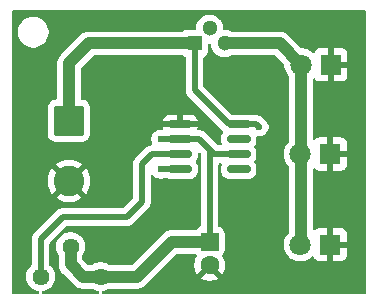
<source format=gbr>
%TF.GenerationSoftware,KiCad,Pcbnew,9.0.6*%
%TF.CreationDate,2025-11-19T17:00:06+08:00*%
%TF.ProjectId,LED-Dimmer,4c45442d-4469-46d6-9d65-722e6b696361,rev?*%
%TF.SameCoordinates,Original*%
%TF.FileFunction,Copper,L1,Top*%
%TF.FilePolarity,Positive*%
%FSLAX46Y46*%
G04 Gerber Fmt 4.6, Leading zero omitted, Abs format (unit mm)*
G04 Created by KiCad (PCBNEW 9.0.6) date 2025-11-19 17:00:06*
%MOMM*%
%LPD*%
G01*
G04 APERTURE LIST*
G04 Aperture macros list*
%AMRoundRect*
0 Rectangle with rounded corners*
0 $1 Rounding radius*
0 $2 $3 $4 $5 $6 $7 $8 $9 X,Y pos of 4 corners*
0 Add a 4 corners polygon primitive as box body*
4,1,4,$2,$3,$4,$5,$6,$7,$8,$9,$2,$3,0*
0 Add four circle primitives for the rounded corners*
1,1,$1+$1,$2,$3*
1,1,$1+$1,$4,$5*
1,1,$1+$1,$6,$7*
1,1,$1+$1,$8,$9*
0 Add four rect primitives between the rounded corners*
20,1,$1+$1,$2,$3,$4,$5,0*
20,1,$1+$1,$4,$5,$6,$7,0*
20,1,$1+$1,$6,$7,$8,$9,0*
20,1,$1+$1,$8,$9,$2,$3,0*%
G04 Aperture macros list end*
%TA.AperFunction,ComponentPad*%
%ADD10R,1.800000X1.800000*%
%TD*%
%TA.AperFunction,ComponentPad*%
%ADD11C,1.800000*%
%TD*%
%TA.AperFunction,SMDPad,CuDef*%
%ADD12RoundRect,0.150000X-0.825000X-0.150000X0.825000X-0.150000X0.825000X0.150000X-0.825000X0.150000X0*%
%TD*%
%TA.AperFunction,ComponentPad*%
%ADD13C,1.440000*%
%TD*%
%TA.AperFunction,ComponentPad*%
%ADD14RoundRect,0.250000X-1.050000X1.050000X-1.050000X-1.050000X1.050000X-1.050000X1.050000X1.050000X0*%
%TD*%
%TA.AperFunction,ComponentPad*%
%ADD15C,2.600000*%
%TD*%
%TA.AperFunction,ComponentPad*%
%ADD16R,1.300000X1.300000*%
%TD*%
%TA.AperFunction,ComponentPad*%
%ADD17C,1.300000*%
%TD*%
%TA.AperFunction,ComponentPad*%
%ADD18RoundRect,0.250000X-0.550000X0.550000X-0.550000X-0.550000X0.550000X-0.550000X0.550000X0.550000X0*%
%TD*%
%TA.AperFunction,ComponentPad*%
%ADD19C,1.600000*%
%TD*%
%TA.AperFunction,ViaPad*%
%ADD20C,0.600000*%
%TD*%
%TA.AperFunction,Conductor*%
%ADD21C,1.000000*%
%TD*%
%TA.AperFunction,Conductor*%
%ADD22C,0.500000*%
%TD*%
G04 APERTURE END LIST*
D10*
%TO.P,D1,1,K*%
%TO.N,GND*%
X247500000Y-77050000D03*
D11*
%TO.P,D1,2,A*%
%TO.N,Net-(D1-A)*%
X244960000Y-77050000D03*
%TD*%
D10*
%TO.P,D3,1,K*%
%TO.N,GND*%
X247450000Y-92280000D03*
D11*
%TO.P,D3,2,A*%
%TO.N,Net-(D1-A)*%
X244910000Y-92280000D03*
%TD*%
D12*
%TO.P,U1,1,GND*%
%TO.N,GND*%
X234755000Y-82095000D03*
%TO.P,U1,2,TR*%
%TO.N,/TR*%
X234755000Y-83365000D03*
%TO.P,U1,3,Q*%
%TO.N,Net-(U1-Q)*%
X234755000Y-84635000D03*
%TO.P,U1,4,R*%
%TO.N,+9V*%
X234755000Y-85905000D03*
%TO.P,U1,5,CV*%
%TO.N,unconnected-(U1-CV-Pad5)*%
X239705000Y-85905000D03*
%TO.P,U1,6,THR*%
%TO.N,/TR*%
X239705000Y-84635000D03*
%TO.P,U1,7,DIS*%
%TO.N,unconnected-(U1-DIS-Pad7)*%
X239705000Y-83365000D03*
%TO.P,U1,8,VCC*%
%TO.N,+9V*%
X239705000Y-82095000D03*
%TD*%
D13*
%TO.P,RV1,1,1*%
%TO.N,Net-(U1-Q)*%
X222920000Y-95000000D03*
%TO.P,RV1,2,2*%
%TO.N,/TR*%
X225460000Y-92460000D03*
%TO.P,RV1,3,3*%
X228000000Y-95000000D03*
%TD*%
D14*
%TO.P,BT1,1,+*%
%TO.N,+9V*%
X225327500Y-81800000D03*
D15*
%TO.P,BT1,2,-*%
%TO.N,GND*%
X225327500Y-86880000D03*
%TD*%
D10*
%TO.P,D2,1,K*%
%TO.N,GND*%
X247450000Y-84610000D03*
D11*
%TO.P,D2,2,A*%
%TO.N,Net-(D1-A)*%
X244910000Y-84610000D03*
%TD*%
D16*
%TO.P,Q1,1,C*%
%TO.N,+9V*%
X235960000Y-75250000D03*
D17*
%TO.P,Q1,2,B*%
%TO.N,/TR*%
X237230000Y-73980000D03*
%TO.P,Q1,3,E*%
%TO.N,Net-(D1-A)*%
X238500000Y-75250000D03*
%TD*%
D18*
%TO.P,C1,1*%
%TO.N,/TR*%
X237230000Y-92044888D03*
D19*
%TO.P,C1,2*%
%TO.N,GND*%
X237230000Y-94044888D03*
%TD*%
D20*
%TO.N,GND*%
X225000000Y-95500000D03*
X243650000Y-80750000D03*
X233000000Y-88750000D03*
X238500000Y-78500000D03*
%TO.N,+9V*%
X233100000Y-85900000D03*
X241425000Y-82325000D03*
%TO.N,/TR*%
X233100000Y-83350000D03*
%TD*%
D21*
%TO.N,Net-(D1-A)*%
X238500000Y-75250000D02*
X243160000Y-75250000D01*
X244960000Y-92230000D02*
X244910000Y-92280000D01*
X244960000Y-77050000D02*
X244960000Y-92230000D01*
X243160000Y-75250000D02*
X244960000Y-77050000D01*
D22*
%TO.N,+9V*%
X234755000Y-85905000D02*
X233105000Y-85905000D01*
X239705000Y-82095000D02*
X238845000Y-82095000D01*
X241195000Y-82095000D02*
X239705000Y-82095000D01*
D21*
X227000000Y-75250000D02*
X235960000Y-75250000D01*
X225327500Y-81800000D02*
X225327500Y-76922500D01*
D22*
X235960000Y-79210000D02*
X235960000Y-75250000D01*
X233105000Y-85905000D02*
X233100000Y-85900000D01*
X241425000Y-82325000D02*
X241195000Y-82095000D01*
D21*
X225327500Y-76922500D02*
X227000000Y-75250000D01*
D22*
X238845000Y-82095000D02*
X235960000Y-79210000D01*
%TO.N,Net-(U1-Q)*%
X231500000Y-88660000D02*
X231500000Y-85500000D01*
X230210000Y-89950000D02*
X231500000Y-88660000D01*
X231500000Y-85500000D02*
X232365000Y-84635000D01*
X222920000Y-91830000D02*
X224800000Y-89950000D01*
X232365000Y-84635000D02*
X234755000Y-84635000D01*
X222920000Y-95000000D02*
X222920000Y-91830000D01*
X224800000Y-89950000D02*
X230210000Y-89950000D01*
%TO.N,/TR*%
X237230000Y-84270000D02*
X237230000Y-92500000D01*
X236365000Y-83365000D02*
X237250000Y-84250000D01*
D21*
X226500000Y-95000000D02*
X228000000Y-95000000D01*
X228000000Y-95000000D02*
X231100000Y-95000000D01*
D22*
X237250000Y-84250000D02*
X237230000Y-84270000D01*
D21*
X225460000Y-93960000D02*
X226500000Y-95000000D01*
D22*
X234755000Y-83365000D02*
X233115000Y-83365000D01*
D21*
X225460000Y-92460000D02*
X225460000Y-93960000D01*
X231100000Y-95000000D02*
X234055112Y-92044888D01*
D22*
X239705000Y-84635000D02*
X237635000Y-84635000D01*
X233115000Y-83365000D02*
X233100000Y-83350000D01*
D21*
X234055112Y-92044888D02*
X237230000Y-92044888D01*
D22*
X237635000Y-84635000D02*
X237250000Y-84250000D01*
X234755000Y-83365000D02*
X236365000Y-83365000D01*
%TD*%
%TA.AperFunction,Conductor*%
%TO.N,GND*%
G36*
X250442539Y-72470185D02*
G01*
X250488294Y-72522989D01*
X250499500Y-72574500D01*
X250499500Y-96325500D01*
X250479815Y-96392539D01*
X250427011Y-96438294D01*
X250375500Y-96449500D01*
X228225773Y-96449500D01*
X228158734Y-96429815D01*
X228112979Y-96377011D01*
X228103035Y-96307853D01*
X228132060Y-96244297D01*
X228190838Y-96206523D01*
X228206375Y-96203027D01*
X228213237Y-96201940D01*
X228285801Y-96190447D01*
X228468509Y-96131082D01*
X228639681Y-96043865D01*
X228666772Y-96024181D01*
X228732578Y-96000702D01*
X228739658Y-96000500D01*
X231198542Y-96000500D01*
X231215327Y-95997160D01*
X231295188Y-95981275D01*
X231391836Y-95962051D01*
X231466932Y-95930945D01*
X231573914Y-95886632D01*
X231737782Y-95777139D01*
X231877139Y-95637782D01*
X231877139Y-95637780D01*
X231887347Y-95627573D01*
X231887348Y-95627570D01*
X234433214Y-93081707D01*
X234494537Y-93048222D01*
X234520895Y-93045388D01*
X236017769Y-93045388D01*
X236047205Y-93054031D01*
X236077195Y-93060555D01*
X236082211Y-93064310D01*
X236084808Y-93065073D01*
X236105449Y-93081706D01*
X236156509Y-93132765D01*
X236189995Y-93194088D01*
X236185011Y-93263779D01*
X236169148Y-93293332D01*
X236118139Y-93363539D01*
X236025244Y-93545856D01*
X235962009Y-93740470D01*
X235930000Y-93942570D01*
X235930000Y-94147205D01*
X235962009Y-94349305D01*
X236025244Y-94543919D01*
X236118141Y-94726238D01*
X236118147Y-94726247D01*
X236150523Y-94770809D01*
X236150524Y-94770810D01*
X236830000Y-94091334D01*
X236830000Y-94097549D01*
X236857259Y-94199282D01*
X236909920Y-94290494D01*
X236984394Y-94364968D01*
X237075606Y-94417629D01*
X237177339Y-94444888D01*
X237183553Y-94444888D01*
X236504076Y-95124362D01*
X236548650Y-95156747D01*
X236730968Y-95249643D01*
X236925582Y-95312878D01*
X237127683Y-95344888D01*
X237332317Y-95344888D01*
X237534417Y-95312878D01*
X237729031Y-95249643D01*
X237911349Y-95156747D01*
X237955921Y-95124362D01*
X237276447Y-94444888D01*
X237282661Y-94444888D01*
X237384394Y-94417629D01*
X237475606Y-94364968D01*
X237550080Y-94290494D01*
X237602741Y-94199282D01*
X237630000Y-94097549D01*
X237630000Y-94091335D01*
X238309474Y-94770809D01*
X238341859Y-94726237D01*
X238434755Y-94543919D01*
X238497990Y-94349305D01*
X238530000Y-94147205D01*
X238530000Y-93942570D01*
X238497990Y-93740470D01*
X238434755Y-93545856D01*
X238341857Y-93363534D01*
X238290853Y-93293334D01*
X238267372Y-93227528D01*
X238283197Y-93159474D01*
X238303489Y-93132767D01*
X238336583Y-93099673D01*
X238372712Y-93063544D01*
X238464814Y-92914222D01*
X238519999Y-92747685D01*
X238530500Y-92644897D01*
X238530499Y-91444880D01*
X238519999Y-91342091D01*
X238464814Y-91175554D01*
X238372712Y-91026232D01*
X238248656Y-90902176D01*
X238099334Y-90810074D01*
X238099328Y-90810072D01*
X238065494Y-90798860D01*
X238008050Y-90759087D01*
X237981228Y-90694571D01*
X237980500Y-90681155D01*
X237980500Y-85509500D01*
X238000185Y-85442461D01*
X238052989Y-85396706D01*
X238104500Y-85385500D01*
X238144800Y-85385500D01*
X238211839Y-85405185D01*
X238257594Y-85457989D01*
X238267538Y-85527147D01*
X238263876Y-85544095D01*
X238232402Y-85652426D01*
X238232401Y-85652432D01*
X238229500Y-85689298D01*
X238229500Y-86120701D01*
X238232401Y-86157567D01*
X238232402Y-86157573D01*
X238278254Y-86315393D01*
X238278255Y-86315396D01*
X238278256Y-86315398D01*
X238307871Y-86365475D01*
X238361917Y-86456862D01*
X238361923Y-86456870D01*
X238478129Y-86573076D01*
X238478133Y-86573079D01*
X238478135Y-86573081D01*
X238619602Y-86656744D01*
X238632269Y-86660424D01*
X238777426Y-86702597D01*
X238777429Y-86702597D01*
X238777431Y-86702598D01*
X238814306Y-86705500D01*
X238814314Y-86705500D01*
X240595686Y-86705500D01*
X240595694Y-86705500D01*
X240632569Y-86702598D01*
X240632571Y-86702597D01*
X240632573Y-86702597D01*
X240674548Y-86690402D01*
X240790398Y-86656744D01*
X240931865Y-86573081D01*
X241048081Y-86456865D01*
X241131744Y-86315398D01*
X241177598Y-86157569D01*
X241180500Y-86120694D01*
X241180500Y-85689306D01*
X241177598Y-85652431D01*
X241167414Y-85617379D01*
X241131745Y-85494606D01*
X241131744Y-85494603D01*
X241131744Y-85494602D01*
X241048081Y-85353135D01*
X241048078Y-85353132D01*
X241043298Y-85346969D01*
X241045750Y-85345066D01*
X241019155Y-85296421D01*
X241024104Y-85226726D01*
X241044940Y-85194304D01*
X241043298Y-85193031D01*
X241048075Y-85186870D01*
X241048081Y-85186865D01*
X241131744Y-85045398D01*
X241177598Y-84887569D01*
X241180500Y-84850694D01*
X241180500Y-84419306D01*
X241177598Y-84382431D01*
X241163438Y-84333694D01*
X241131745Y-84224606D01*
X241131744Y-84224603D01*
X241131744Y-84224602D01*
X241048081Y-84083135D01*
X241048078Y-84083132D01*
X241043298Y-84076969D01*
X241045750Y-84075066D01*
X241019155Y-84026421D01*
X241024104Y-83956726D01*
X241044940Y-83924304D01*
X241043298Y-83923031D01*
X241048075Y-83916870D01*
X241048081Y-83916865D01*
X241131744Y-83775398D01*
X241177598Y-83617569D01*
X241180500Y-83580694D01*
X241180500Y-83243643D01*
X241200185Y-83176604D01*
X241252989Y-83130849D01*
X241322147Y-83120905D01*
X241328693Y-83122026D01*
X241346157Y-83125500D01*
X241346158Y-83125500D01*
X241503844Y-83125500D01*
X241503845Y-83125499D01*
X241658497Y-83094737D01*
X241804179Y-83034394D01*
X241935289Y-82946789D01*
X242046789Y-82835289D01*
X242134394Y-82704179D01*
X242194737Y-82558497D01*
X242225500Y-82403842D01*
X242225500Y-82246158D01*
X242225500Y-82246155D01*
X242225499Y-82246153D01*
X242194738Y-82091510D01*
X242194737Y-82091503D01*
X242194735Y-82091498D01*
X242134397Y-81945827D01*
X242134390Y-81945814D01*
X242046789Y-81814711D01*
X242046786Y-81814707D01*
X241935292Y-81703213D01*
X241935288Y-81703210D01*
X241804182Y-81615607D01*
X241780524Y-81605808D01*
X241740295Y-81578928D01*
X241673415Y-81512047D01*
X241673414Y-81512046D01*
X241599729Y-81462812D01*
X241599729Y-81462813D01*
X241550491Y-81429913D01*
X241413917Y-81373343D01*
X241413907Y-81373340D01*
X241268920Y-81344500D01*
X241268918Y-81344500D01*
X240812328Y-81344500D01*
X240777733Y-81339576D01*
X240632573Y-81297402D01*
X240632567Y-81297401D01*
X240595701Y-81294500D01*
X240595694Y-81294500D01*
X239157229Y-81294500D01*
X239090190Y-81274815D01*
X239069548Y-81258181D01*
X236746819Y-78935451D01*
X236713334Y-78874128D01*
X236710500Y-78847770D01*
X236710500Y-76482790D01*
X236730185Y-76415751D01*
X236782989Y-76369996D01*
X236791146Y-76366616D01*
X236852331Y-76343796D01*
X236967546Y-76257546D01*
X237053796Y-76142331D01*
X237104091Y-76007483D01*
X237110500Y-75947873D01*
X237110499Y-75407124D01*
X237130183Y-75340087D01*
X237182987Y-75294332D01*
X237252146Y-75284388D01*
X237315702Y-75313413D01*
X237353476Y-75372191D01*
X237356972Y-75387728D01*
X237377829Y-75519410D01*
X237433787Y-75691636D01*
X237433788Y-75691639D01*
X237516006Y-75852997D01*
X237622441Y-75999494D01*
X237622445Y-75999499D01*
X237750500Y-76127554D01*
X237750505Y-76127558D01*
X237878287Y-76220396D01*
X237897006Y-76233996D01*
X237996553Y-76284718D01*
X238058360Y-76316211D01*
X238058363Y-76316212D01*
X238143251Y-76343793D01*
X238230591Y-76372171D01*
X238313429Y-76385291D01*
X238409449Y-76400500D01*
X238409454Y-76400500D01*
X238590551Y-76400500D01*
X238677259Y-76386765D01*
X238769409Y-76372171D01*
X238941639Y-76316211D01*
X239003447Y-76284718D01*
X239044079Y-76264015D01*
X239100374Y-76250500D01*
X242694218Y-76250500D01*
X242761257Y-76270185D01*
X242781899Y-76286819D01*
X243523181Y-77028101D01*
X243556666Y-77089424D01*
X243559500Y-77115782D01*
X243559500Y-77160221D01*
X243593985Y-77377952D01*
X243662103Y-77587603D01*
X243662104Y-77587606D01*
X243762187Y-77784025D01*
X243891752Y-77962358D01*
X243891756Y-77962363D01*
X243923181Y-77993788D01*
X243956666Y-78055111D01*
X243959500Y-78081469D01*
X243959500Y-83528531D01*
X243939815Y-83595570D01*
X243923181Y-83616212D01*
X243841756Y-83697636D01*
X243841752Y-83697641D01*
X243712187Y-83875974D01*
X243612104Y-84072393D01*
X243612103Y-84072396D01*
X243543985Y-84282047D01*
X243509500Y-84499778D01*
X243509500Y-84720221D01*
X243543985Y-84937952D01*
X243612103Y-85147603D01*
X243612104Y-85147606D01*
X243712187Y-85344025D01*
X243841752Y-85522358D01*
X243841756Y-85522363D01*
X243923181Y-85603788D01*
X243956666Y-85665111D01*
X243959500Y-85691469D01*
X243959500Y-91198531D01*
X243939815Y-91265570D01*
X243923181Y-91286212D01*
X243841756Y-91367636D01*
X243841752Y-91367641D01*
X243712187Y-91545974D01*
X243612104Y-91742393D01*
X243612103Y-91742396D01*
X243543985Y-91952047D01*
X243509500Y-92169778D01*
X243509500Y-92390221D01*
X243543985Y-92607952D01*
X243612103Y-92817603D01*
X243612104Y-92817606D01*
X243712187Y-93014025D01*
X243841752Y-93192358D01*
X243841756Y-93192363D01*
X243997636Y-93348243D01*
X243997641Y-93348247D01*
X244153192Y-93461260D01*
X244175978Y-93477815D01*
X244292501Y-93537187D01*
X244372393Y-93577895D01*
X244372396Y-93577896D01*
X244477221Y-93611955D01*
X244582049Y-93646015D01*
X244799778Y-93680500D01*
X244799779Y-93680500D01*
X245020221Y-93680500D01*
X245020222Y-93680500D01*
X245237951Y-93646015D01*
X245447606Y-93577895D01*
X245644022Y-93477815D01*
X245822365Y-93348242D01*
X245872924Y-93297682D01*
X245934245Y-93264198D01*
X246003936Y-93269182D01*
X246059870Y-93311053D01*
X246076786Y-93342030D01*
X246106646Y-93422087D01*
X246106649Y-93422093D01*
X246192809Y-93537187D01*
X246192812Y-93537190D01*
X246307906Y-93623350D01*
X246307913Y-93623354D01*
X246442620Y-93673596D01*
X246442627Y-93673598D01*
X246502155Y-93679999D01*
X246502172Y-93680000D01*
X247200000Y-93680000D01*
X247200000Y-92655277D01*
X247276306Y-92699333D01*
X247390756Y-92730000D01*
X247509244Y-92730000D01*
X247623694Y-92699333D01*
X247700000Y-92655277D01*
X247700000Y-93680000D01*
X248397828Y-93680000D01*
X248397844Y-93679999D01*
X248457372Y-93673598D01*
X248457379Y-93673596D01*
X248592086Y-93623354D01*
X248592093Y-93623350D01*
X248707187Y-93537190D01*
X248707190Y-93537187D01*
X248793350Y-93422093D01*
X248793354Y-93422086D01*
X248843596Y-93287379D01*
X248843598Y-93287372D01*
X248849999Y-93227844D01*
X248850000Y-93227827D01*
X248850000Y-92530000D01*
X247825278Y-92530000D01*
X247869333Y-92453694D01*
X247900000Y-92339244D01*
X247900000Y-92220756D01*
X247869333Y-92106306D01*
X247825278Y-92030000D01*
X248850000Y-92030000D01*
X248850000Y-91332172D01*
X248849999Y-91332155D01*
X248843598Y-91272627D01*
X248843596Y-91272620D01*
X248793354Y-91137913D01*
X248793350Y-91137906D01*
X248707190Y-91022812D01*
X248707187Y-91022809D01*
X248592093Y-90936649D01*
X248592086Y-90936645D01*
X248457379Y-90886403D01*
X248457372Y-90886401D01*
X248397844Y-90880000D01*
X247700000Y-90880000D01*
X247700000Y-91904722D01*
X247623694Y-91860667D01*
X247509244Y-91830000D01*
X247390756Y-91830000D01*
X247276306Y-91860667D01*
X247200000Y-91904722D01*
X247200000Y-90880000D01*
X246502155Y-90880000D01*
X246442627Y-90886401D01*
X246442620Y-90886403D01*
X246307913Y-90936645D01*
X246307906Y-90936649D01*
X246192813Y-91022809D01*
X246183765Y-91034895D01*
X246127830Y-91076764D01*
X246058138Y-91081746D01*
X245996816Y-91048259D01*
X245963333Y-90986935D01*
X245960500Y-90960581D01*
X245960500Y-85929418D01*
X245980185Y-85862379D01*
X246032989Y-85816624D01*
X246102147Y-85806680D01*
X246165703Y-85835705D01*
X246183766Y-85855107D01*
X246192809Y-85867187D01*
X246192812Y-85867190D01*
X246307906Y-85953350D01*
X246307913Y-85953354D01*
X246442620Y-86003596D01*
X246442627Y-86003598D01*
X246502155Y-86009999D01*
X246502172Y-86010000D01*
X247200000Y-86010000D01*
X247200000Y-84985277D01*
X247276306Y-85029333D01*
X247390756Y-85060000D01*
X247509244Y-85060000D01*
X247623694Y-85029333D01*
X247700000Y-84985277D01*
X247700000Y-86010000D01*
X248397828Y-86010000D01*
X248397844Y-86009999D01*
X248457372Y-86003598D01*
X248457379Y-86003596D01*
X248592086Y-85953354D01*
X248592093Y-85953350D01*
X248707187Y-85867190D01*
X248707190Y-85867187D01*
X248793350Y-85752093D01*
X248793354Y-85752086D01*
X248843596Y-85617379D01*
X248843598Y-85617372D01*
X248849999Y-85557844D01*
X248850000Y-85557827D01*
X248850000Y-84860000D01*
X247825278Y-84860000D01*
X247869333Y-84783694D01*
X247900000Y-84669244D01*
X247900000Y-84550756D01*
X247869333Y-84436306D01*
X247825278Y-84360000D01*
X248850000Y-84360000D01*
X248850000Y-83662172D01*
X248849999Y-83662155D01*
X248843598Y-83602627D01*
X248843596Y-83602620D01*
X248793354Y-83467913D01*
X248793350Y-83467906D01*
X248707190Y-83352812D01*
X248707187Y-83352809D01*
X248592093Y-83266649D01*
X248592086Y-83266645D01*
X248457379Y-83216403D01*
X248457372Y-83216401D01*
X248397844Y-83210000D01*
X247700000Y-83210000D01*
X247700000Y-84234722D01*
X247623694Y-84190667D01*
X247509244Y-84160000D01*
X247390756Y-84160000D01*
X247276306Y-84190667D01*
X247200000Y-84234722D01*
X247200000Y-83210000D01*
X246502155Y-83210000D01*
X246442627Y-83216401D01*
X246442620Y-83216403D01*
X246307913Y-83266645D01*
X246307906Y-83266649D01*
X246192813Y-83352809D01*
X246183765Y-83364895D01*
X246127830Y-83406764D01*
X246058138Y-83411746D01*
X245996816Y-83378259D01*
X245963333Y-83316935D01*
X245960500Y-83290581D01*
X245960500Y-78302627D01*
X245980185Y-78235588D01*
X246032989Y-78189833D01*
X246102147Y-78179889D01*
X246165703Y-78208914D01*
X246183766Y-78228316D01*
X246242809Y-78307187D01*
X246242812Y-78307190D01*
X246357906Y-78393350D01*
X246357913Y-78393354D01*
X246492620Y-78443596D01*
X246492627Y-78443598D01*
X246552155Y-78449999D01*
X246552172Y-78450000D01*
X247250000Y-78450000D01*
X247250000Y-77425277D01*
X247326306Y-77469333D01*
X247440756Y-77500000D01*
X247559244Y-77500000D01*
X247673694Y-77469333D01*
X247750000Y-77425277D01*
X247750000Y-78450000D01*
X248447828Y-78450000D01*
X248447844Y-78449999D01*
X248507372Y-78443598D01*
X248507379Y-78443596D01*
X248642086Y-78393354D01*
X248642093Y-78393350D01*
X248757187Y-78307190D01*
X248757190Y-78307187D01*
X248843350Y-78192093D01*
X248843354Y-78192086D01*
X248893596Y-78057379D01*
X248893598Y-78057372D01*
X248899999Y-77997844D01*
X248900000Y-77997827D01*
X248900000Y-77300000D01*
X247875278Y-77300000D01*
X247919333Y-77223694D01*
X247950000Y-77109244D01*
X247950000Y-76990756D01*
X247919333Y-76876306D01*
X247875278Y-76800000D01*
X248900000Y-76800000D01*
X248900000Y-76102172D01*
X248899999Y-76102155D01*
X248893598Y-76042627D01*
X248893596Y-76042620D01*
X248843354Y-75907913D01*
X248843350Y-75907906D01*
X248757190Y-75792812D01*
X248757187Y-75792809D01*
X248642093Y-75706649D01*
X248642086Y-75706645D01*
X248507379Y-75656403D01*
X248507372Y-75656401D01*
X248447844Y-75650000D01*
X247750000Y-75650000D01*
X247750000Y-76674722D01*
X247673694Y-76630667D01*
X247559244Y-76600000D01*
X247440756Y-76600000D01*
X247326306Y-76630667D01*
X247250000Y-76674722D01*
X247250000Y-75650000D01*
X246552155Y-75650000D01*
X246492627Y-75656401D01*
X246492620Y-75656403D01*
X246357913Y-75706645D01*
X246357906Y-75706649D01*
X246242812Y-75792809D01*
X246242809Y-75792812D01*
X246156649Y-75907906D01*
X246156643Y-75907918D01*
X246126785Y-75987969D01*
X246084914Y-76043903D01*
X246019449Y-76068319D01*
X245951176Y-76053467D01*
X245922923Y-76032316D01*
X245872363Y-75981756D01*
X245872358Y-75981752D01*
X245694025Y-75852187D01*
X245694024Y-75852186D01*
X245694022Y-75852185D01*
X245631096Y-75820122D01*
X245497606Y-75752104D01*
X245497603Y-75752103D01*
X245287952Y-75683985D01*
X245179086Y-75666742D01*
X245070222Y-75649500D01*
X245070221Y-75649500D01*
X245025783Y-75649500D01*
X244958744Y-75629815D01*
X244938102Y-75613181D01*
X243944209Y-74619289D01*
X243944206Y-74619285D01*
X243944206Y-74619286D01*
X243937139Y-74612219D01*
X243937139Y-74612218D01*
X243797782Y-74472861D01*
X243797781Y-74472860D01*
X243797780Y-74472859D01*
X243633920Y-74363371D01*
X243633911Y-74363366D01*
X243512382Y-74313027D01*
X243512379Y-74313026D01*
X243505165Y-74310038D01*
X243451836Y-74287949D01*
X243341511Y-74266004D01*
X243337233Y-74265153D01*
X243337222Y-74265150D01*
X243258543Y-74249500D01*
X243258541Y-74249500D01*
X239100374Y-74249500D01*
X239044079Y-74235985D01*
X238941639Y-74183788D01*
X238941636Y-74183787D01*
X238769410Y-74127829D01*
X238590551Y-74099500D01*
X238590546Y-74099500D01*
X238504500Y-74099500D01*
X238437461Y-74079815D01*
X238391706Y-74027011D01*
X238380500Y-73975500D01*
X238380500Y-73889448D01*
X238364019Y-73785397D01*
X238352171Y-73710591D01*
X238296211Y-73538361D01*
X238296211Y-73538360D01*
X238252608Y-73452786D01*
X238213996Y-73377006D01*
X238163881Y-73308028D01*
X238107558Y-73230505D01*
X238107554Y-73230500D01*
X237979499Y-73102445D01*
X237979494Y-73102441D01*
X237832997Y-72996006D01*
X237832996Y-72996005D01*
X237832994Y-72996004D01*
X237781300Y-72969664D01*
X237671639Y-72913788D01*
X237671636Y-72913787D01*
X237499410Y-72857829D01*
X237320551Y-72829500D01*
X237320546Y-72829500D01*
X237139454Y-72829500D01*
X237139449Y-72829500D01*
X236960589Y-72857829D01*
X236788363Y-72913787D01*
X236788360Y-72913788D01*
X236627002Y-72996006D01*
X236480505Y-73102441D01*
X236480500Y-73102445D01*
X236352445Y-73230500D01*
X236352441Y-73230505D01*
X236246006Y-73377002D01*
X236163788Y-73538360D01*
X236163787Y-73538363D01*
X236107829Y-73710589D01*
X236079500Y-73889448D01*
X236079500Y-73975500D01*
X236059815Y-74042539D01*
X236007011Y-74088294D01*
X235955500Y-74099500D01*
X235262129Y-74099500D01*
X235262123Y-74099501D01*
X235202516Y-74105908D01*
X235067671Y-74156202D01*
X235067668Y-74156204D01*
X234976080Y-74224767D01*
X234910615Y-74249184D01*
X234901769Y-74249500D01*
X226901457Y-74249500D01*
X226818489Y-74266004D01*
X226818488Y-74266004D01*
X226708167Y-74287947D01*
X226708159Y-74287950D01*
X226654834Y-74310037D01*
X226654834Y-74310038D01*
X226609315Y-74328892D01*
X226526089Y-74363366D01*
X226526079Y-74363371D01*
X226362219Y-74472859D01*
X226292540Y-74542538D01*
X226222861Y-74612218D01*
X226222858Y-74612221D01*
X224689721Y-76145358D01*
X224689718Y-76145361D01*
X224620038Y-76215040D01*
X224550359Y-76284719D01*
X224440871Y-76448579D01*
X224440864Y-76448592D01*
X224365450Y-76630660D01*
X224365447Y-76630670D01*
X224327000Y-76823956D01*
X224327000Y-79877357D01*
X224307315Y-79944396D01*
X224254511Y-79990151D01*
X224215602Y-80000715D01*
X224124702Y-80010001D01*
X224124700Y-80010001D01*
X223958168Y-80065185D01*
X223958163Y-80065187D01*
X223808842Y-80157289D01*
X223684789Y-80281342D01*
X223592687Y-80430663D01*
X223592686Y-80430666D01*
X223537501Y-80597203D01*
X223537501Y-80597204D01*
X223537500Y-80597204D01*
X223527000Y-80699983D01*
X223527000Y-82900001D01*
X223527001Y-82900018D01*
X223537500Y-83002796D01*
X223537501Y-83002799D01*
X223578160Y-83125499D01*
X223592686Y-83169334D01*
X223684788Y-83318656D01*
X223808844Y-83442712D01*
X223958166Y-83534814D01*
X224124703Y-83589999D01*
X224227491Y-83600500D01*
X226427508Y-83600499D01*
X226530297Y-83589999D01*
X226696834Y-83534814D01*
X226846156Y-83442712D01*
X226970212Y-83318656D01*
X227062314Y-83169334D01*
X227117499Y-83002797D01*
X227128000Y-82900009D01*
X227127999Y-81844998D01*
X233282704Y-81844998D01*
X233282705Y-81845000D01*
X234505000Y-81845000D01*
X235005000Y-81845000D01*
X236227295Y-81845000D01*
X236227295Y-81844998D01*
X236227100Y-81842513D01*
X236181281Y-81684801D01*
X236097685Y-81543447D01*
X236097678Y-81543438D01*
X235981561Y-81427321D01*
X235981552Y-81427314D01*
X235840196Y-81343717D01*
X235840193Y-81343716D01*
X235682495Y-81297900D01*
X235682489Y-81297899D01*
X235645649Y-81295000D01*
X235005000Y-81295000D01*
X235005000Y-81845000D01*
X234505000Y-81845000D01*
X234505000Y-81295000D01*
X233864350Y-81295000D01*
X233827510Y-81297899D01*
X233827504Y-81297900D01*
X233669806Y-81343716D01*
X233669803Y-81343717D01*
X233528447Y-81427314D01*
X233528438Y-81427321D01*
X233412321Y-81543438D01*
X233412314Y-81543447D01*
X233328718Y-81684801D01*
X233282899Y-81842513D01*
X233282704Y-81844998D01*
X227127999Y-81844998D01*
X227127999Y-81703213D01*
X227127999Y-80699998D01*
X227127998Y-80699981D01*
X227117499Y-80597203D01*
X227117498Y-80597200D01*
X227062314Y-80430666D01*
X226970212Y-80281344D01*
X226846156Y-80157288D01*
X226696834Y-80065186D01*
X226530297Y-80010001D01*
X226530294Y-80010000D01*
X226439397Y-80000714D01*
X226374705Y-79974317D01*
X226334554Y-79917136D01*
X226328000Y-79877356D01*
X226328000Y-77388282D01*
X226347685Y-77321243D01*
X226364319Y-77300601D01*
X227378101Y-76286819D01*
X227439424Y-76253334D01*
X227465782Y-76250500D01*
X234901769Y-76250500D01*
X234917613Y-76254822D01*
X234932085Y-76254263D01*
X234954187Y-76264798D01*
X234964731Y-76267674D01*
X234970619Y-76271144D01*
X235067669Y-76343796D01*
X235139062Y-76370424D01*
X235148462Y-76375964D01*
X235165182Y-76393818D01*
X235184766Y-76408478D01*
X235188641Y-76418868D01*
X235196222Y-76426963D01*
X235200635Y-76451023D01*
X235209184Y-76473942D01*
X235209500Y-76482790D01*
X235209500Y-79283918D01*
X235209500Y-79283920D01*
X235209499Y-79283920D01*
X235238340Y-79428907D01*
X235238343Y-79428917D01*
X235294914Y-79565492D01*
X235327812Y-79614727D01*
X235327813Y-79614730D01*
X235377046Y-79688414D01*
X235377052Y-79688421D01*
X237577977Y-81889344D01*
X238262049Y-82573416D01*
X238329235Y-82640602D01*
X238345877Y-82657244D01*
X238379361Y-82718568D01*
X238374377Y-82788259D01*
X238364928Y-82808045D01*
X238278254Y-82954605D01*
X238278254Y-82954606D01*
X238232402Y-83112426D01*
X238232401Y-83112432D01*
X238229500Y-83149298D01*
X238229500Y-83580701D01*
X238232401Y-83617567D01*
X238232402Y-83617573D01*
X238263876Y-83725905D01*
X238263801Y-83752158D01*
X238267538Y-83778147D01*
X238263703Y-83786543D01*
X238263677Y-83795775D01*
X238249418Y-83817822D01*
X238238513Y-83841703D01*
X238230748Y-83846693D01*
X238225735Y-83854445D01*
X238201819Y-83865283D01*
X238179735Y-83879477D01*
X238166215Y-83881420D01*
X238162096Y-83883288D01*
X238144800Y-83884500D01*
X237997230Y-83884500D01*
X237930191Y-83864815D01*
X237909549Y-83848181D01*
X237728416Y-83667048D01*
X236843421Y-82782052D01*
X236843414Y-82782046D01*
X236769729Y-82732812D01*
X236769729Y-82732813D01*
X236720491Y-82699913D01*
X236583917Y-82643343D01*
X236583907Y-82643340D01*
X236438920Y-82614500D01*
X236438918Y-82614500D01*
X236314679Y-82614500D01*
X236247640Y-82594815D01*
X236201885Y-82542011D01*
X236191941Y-82472853D01*
X236195603Y-82455905D01*
X236227099Y-82347494D01*
X236227100Y-82347488D01*
X236227295Y-82345001D01*
X236227295Y-82345000D01*
X233282705Y-82345000D01*
X233282704Y-82345001D01*
X233282899Y-82347488D01*
X233282900Y-82347494D01*
X233295513Y-82390905D01*
X233295314Y-82460774D01*
X233257372Y-82519444D01*
X233193734Y-82548288D01*
X233176437Y-82549500D01*
X233021155Y-82549500D01*
X232866510Y-82580261D01*
X232866498Y-82580264D01*
X232720827Y-82640602D01*
X232720814Y-82640609D01*
X232589711Y-82728210D01*
X232589707Y-82728213D01*
X232478213Y-82839707D01*
X232478210Y-82839711D01*
X232390609Y-82970814D01*
X232390602Y-82970827D01*
X232330264Y-83116498D01*
X232330261Y-83116510D01*
X232299500Y-83271153D01*
X232299500Y-83428846D01*
X232330261Y-83583489D01*
X232330264Y-83583501D01*
X232384647Y-83714795D01*
X232392116Y-83784265D01*
X232360840Y-83846743D01*
X232300751Y-83882395D01*
X232294273Y-83883865D01*
X232262238Y-83890236D01*
X232146093Y-83913339D01*
X232146083Y-83913342D01*
X232066081Y-83946479D01*
X232066082Y-83946480D01*
X232009504Y-83969916D01*
X232009502Y-83969917D01*
X231963732Y-84000500D01*
X231963731Y-84000501D01*
X231886589Y-84052043D01*
X231886584Y-84052047D01*
X230917050Y-85021580D01*
X230917044Y-85021588D01*
X230867812Y-85095268D01*
X230867813Y-85095269D01*
X230834921Y-85144496D01*
X230834914Y-85144508D01*
X230778342Y-85281086D01*
X230778340Y-85281092D01*
X230749500Y-85426079D01*
X230749500Y-88297770D01*
X230729815Y-88364809D01*
X230713181Y-88385451D01*
X229935451Y-89163181D01*
X229874128Y-89196666D01*
X229847770Y-89199500D01*
X224726080Y-89199500D01*
X224581092Y-89228340D01*
X224581082Y-89228343D01*
X224444511Y-89284912D01*
X224444498Y-89284919D01*
X224321584Y-89367048D01*
X224321580Y-89367051D01*
X222337052Y-91351578D01*
X222337049Y-91351581D01*
X222299949Y-91407105D01*
X222299950Y-91407106D01*
X222254914Y-91474508D01*
X222198343Y-91611082D01*
X222198340Y-91611092D01*
X222169500Y-91756079D01*
X222169500Y-93973796D01*
X222149815Y-94040835D01*
X222128263Y-94065530D01*
X222128343Y-94065610D01*
X222127179Y-94066773D01*
X222126042Y-94068077D01*
X222124902Y-94069050D01*
X221989057Y-94204895D01*
X221989057Y-94204896D01*
X221989055Y-94204898D01*
X221954958Y-94251829D01*
X221876135Y-94360318D01*
X221788916Y-94531493D01*
X221729553Y-94714197D01*
X221699500Y-94903945D01*
X221699500Y-95096055D01*
X221709113Y-95156747D01*
X221729553Y-95285802D01*
X221788916Y-95468506D01*
X221788918Y-95468509D01*
X221876135Y-95639681D01*
X221989055Y-95795102D01*
X222124898Y-95930945D01*
X222280319Y-96043865D01*
X222451491Y-96131082D01*
X222451493Y-96131083D01*
X222542845Y-96160764D01*
X222634199Y-96190447D01*
X222705337Y-96201714D01*
X222713625Y-96203027D01*
X222776760Y-96232956D01*
X222813691Y-96292268D01*
X222812693Y-96362130D01*
X222774083Y-96420363D01*
X222710120Y-96448477D01*
X222694227Y-96449500D01*
X220624500Y-96449500D01*
X220557461Y-96429815D01*
X220511706Y-96377011D01*
X220500500Y-96325500D01*
X220500500Y-86762014D01*
X223527500Y-86762014D01*
X223527500Y-86997985D01*
X223558299Y-87231914D01*
X223619370Y-87459837D01*
X223709660Y-87677819D01*
X223709665Y-87677828D01*
X223827644Y-87882171D01*
X223827645Y-87882172D01*
X223890221Y-87963723D01*
X224726458Y-87127487D01*
X224751478Y-87187890D01*
X224822612Y-87294351D01*
X224913149Y-87384888D01*
X225019610Y-87456022D01*
X225080011Y-87481041D01*
X224243775Y-88317277D01*
X224325327Y-88379854D01*
X224325328Y-88379855D01*
X224529671Y-88497834D01*
X224529680Y-88497839D01*
X224747663Y-88588129D01*
X224747661Y-88588129D01*
X224975585Y-88649200D01*
X225209514Y-88679999D01*
X225209529Y-88680000D01*
X225445471Y-88680000D01*
X225445485Y-88679999D01*
X225679414Y-88649200D01*
X225907337Y-88588129D01*
X226125319Y-88497839D01*
X226125328Y-88497834D01*
X226329681Y-88379850D01*
X226411223Y-88317279D01*
X226411223Y-88317276D01*
X225574987Y-87481041D01*
X225635390Y-87456022D01*
X225741851Y-87384888D01*
X225832388Y-87294351D01*
X225903522Y-87187890D01*
X225928541Y-87127488D01*
X226764776Y-87963723D01*
X226764779Y-87963723D01*
X226827350Y-87882181D01*
X226945334Y-87677828D01*
X226945339Y-87677819D01*
X227035629Y-87459837D01*
X227096700Y-87231914D01*
X227127499Y-86997985D01*
X227127500Y-86997971D01*
X227127500Y-86762028D01*
X227127499Y-86762014D01*
X227096700Y-86528085D01*
X227035629Y-86300162D01*
X226945339Y-86082180D01*
X226945334Y-86082171D01*
X226827355Y-85877828D01*
X226827354Y-85877827D01*
X226764777Y-85796275D01*
X225928541Y-86632511D01*
X225903522Y-86572110D01*
X225832388Y-86465649D01*
X225741851Y-86375112D01*
X225635390Y-86303978D01*
X225574988Y-86278958D01*
X226411223Y-85442721D01*
X226329672Y-85380145D01*
X226329671Y-85380144D01*
X226125328Y-85262165D01*
X226125319Y-85262160D01*
X225907336Y-85171870D01*
X225907338Y-85171870D01*
X225679414Y-85110799D01*
X225445485Y-85080000D01*
X225209514Y-85080000D01*
X224975585Y-85110799D01*
X224747662Y-85171870D01*
X224529680Y-85262160D01*
X224529671Y-85262165D01*
X224325328Y-85380144D01*
X224325318Y-85380150D01*
X224243775Y-85442720D01*
X224243775Y-85442721D01*
X225080012Y-86278958D01*
X225019610Y-86303978D01*
X224913149Y-86375112D01*
X224822612Y-86465649D01*
X224751478Y-86572110D01*
X224726458Y-86632512D01*
X223890221Y-85796275D01*
X223890220Y-85796275D01*
X223827650Y-85877818D01*
X223827644Y-85877828D01*
X223709665Y-86082171D01*
X223709660Y-86082180D01*
X223619370Y-86300162D01*
X223558299Y-86528085D01*
X223527500Y-86762014D01*
X220500500Y-86762014D01*
X220500500Y-74197648D01*
X220999500Y-74197648D01*
X220999500Y-74402351D01*
X221031522Y-74604534D01*
X221094781Y-74799223D01*
X221187715Y-74981613D01*
X221308028Y-75147213D01*
X221452786Y-75291971D01*
X221563202Y-75372191D01*
X221618390Y-75412287D01*
X221734607Y-75471503D01*
X221800776Y-75505218D01*
X221800778Y-75505218D01*
X221800781Y-75505220D01*
X221905137Y-75539127D01*
X221995465Y-75568477D01*
X222096557Y-75584488D01*
X222197648Y-75600500D01*
X222197649Y-75600500D01*
X222402351Y-75600500D01*
X222402352Y-75600500D01*
X222604534Y-75568477D01*
X222799219Y-75505220D01*
X222981610Y-75412287D01*
X223080986Y-75340087D01*
X223147213Y-75291971D01*
X223147215Y-75291968D01*
X223147219Y-75291966D01*
X223291966Y-75147219D01*
X223291968Y-75147215D01*
X223291971Y-75147213D01*
X223344732Y-75074590D01*
X223412287Y-74981610D01*
X223505220Y-74799219D01*
X223568477Y-74604534D01*
X223600500Y-74402352D01*
X223600500Y-74197648D01*
X223593936Y-74156204D01*
X223568477Y-73995465D01*
X223505218Y-73800776D01*
X223459265Y-73710589D01*
X223412287Y-73618390D01*
X223404556Y-73607749D01*
X223291971Y-73452786D01*
X223147213Y-73308028D01*
X222981613Y-73187715D01*
X222981612Y-73187714D01*
X222981610Y-73187713D01*
X222924653Y-73158691D01*
X222799223Y-73094781D01*
X222604534Y-73031522D01*
X222429995Y-73003878D01*
X222402352Y-72999500D01*
X222197648Y-72999500D01*
X222173329Y-73003351D01*
X221995465Y-73031522D01*
X221800776Y-73094781D01*
X221618386Y-73187715D01*
X221452786Y-73308028D01*
X221308028Y-73452786D01*
X221187715Y-73618386D01*
X221094781Y-73800776D01*
X221031522Y-73995465D01*
X220999500Y-74197648D01*
X220500500Y-74197648D01*
X220500500Y-72574500D01*
X220520185Y-72507461D01*
X220572989Y-72461706D01*
X220624500Y-72450500D01*
X250375500Y-72450500D01*
X250442539Y-72470185D01*
G37*
%TD.AperFunction*%
%TA.AperFunction,Conductor*%
G36*
X236435703Y-84497517D02*
G01*
X236442181Y-84503549D01*
X236443181Y-84504549D01*
X236476666Y-84565872D01*
X236479500Y-84592230D01*
X236479500Y-90681155D01*
X236459815Y-90748194D01*
X236407011Y-90793949D01*
X236394506Y-90798860D01*
X236360671Y-90810072D01*
X236360663Y-90810075D01*
X236211345Y-90902175D01*
X236105450Y-91008070D01*
X236044127Y-91041554D01*
X236017769Y-91044388D01*
X233956568Y-91044388D01*
X233763283Y-91082835D01*
X233763275Y-91082837D01*
X233706561Y-91106329D01*
X233706557Y-91106330D01*
X233701702Y-91108342D01*
X233581198Y-91158256D01*
X233501127Y-91211758D01*
X233495371Y-91215603D01*
X233495371Y-91215604D01*
X233417327Y-91267750D01*
X233417326Y-91267751D01*
X230721899Y-93963181D01*
X230660576Y-93996666D01*
X230634218Y-93999500D01*
X228739658Y-93999500D01*
X228672619Y-93979815D01*
X228666772Y-93975818D01*
X228639681Y-93956135D01*
X228468506Y-93868916D01*
X228285802Y-93809553D01*
X228190928Y-93794526D01*
X228096055Y-93779500D01*
X227903945Y-93779500D01*
X227840696Y-93789517D01*
X227714197Y-93809553D01*
X227531493Y-93868916D01*
X227360318Y-93956135D01*
X227333228Y-93975818D01*
X227267422Y-93999298D01*
X227260342Y-93999500D01*
X226965782Y-93999500D01*
X226898743Y-93979815D01*
X226878101Y-93963181D01*
X226496819Y-93581899D01*
X226463334Y-93520576D01*
X226460500Y-93494218D01*
X226460500Y-93199657D01*
X226480185Y-93132618D01*
X226484182Y-93126772D01*
X226484578Y-93126226D01*
X226503865Y-93099681D01*
X226591082Y-92928509D01*
X226650447Y-92745801D01*
X226680500Y-92556055D01*
X226680500Y-92363945D01*
X226650447Y-92174199D01*
X226591082Y-91991491D01*
X226503865Y-91820319D01*
X226390945Y-91664898D01*
X226255102Y-91529055D01*
X226099681Y-91416135D01*
X226004495Y-91367635D01*
X225928506Y-91328916D01*
X225745802Y-91269553D01*
X225621673Y-91249893D01*
X225556055Y-91239500D01*
X225363945Y-91239500D01*
X225300696Y-91249517D01*
X225174197Y-91269553D01*
X224991493Y-91328916D01*
X224820318Y-91416135D01*
X224739980Y-91474505D01*
X224664898Y-91529055D01*
X224664896Y-91529057D01*
X224664895Y-91529057D01*
X224529057Y-91664895D01*
X224529057Y-91664896D01*
X224529055Y-91664898D01*
X224480560Y-91731645D01*
X224416135Y-91820318D01*
X224328916Y-91991493D01*
X224269553Y-92174197D01*
X224239500Y-92363945D01*
X224239500Y-92556054D01*
X224269553Y-92745802D01*
X224328916Y-92928506D01*
X224328918Y-92928509D01*
X224416135Y-93099681D01*
X224416139Y-93099686D01*
X224435818Y-93126772D01*
X224459298Y-93192578D01*
X224459500Y-93199657D01*
X224459500Y-94058542D01*
X224467647Y-94099499D01*
X224467647Y-94099500D01*
X224488612Y-94204898D01*
X224497947Y-94251829D01*
X224497949Y-94251837D01*
X224573364Y-94433907D01*
X224573371Y-94433920D01*
X224682860Y-94597781D01*
X224682863Y-94597785D01*
X224826537Y-94741459D01*
X224826559Y-94741479D01*
X225719735Y-95634655D01*
X225719764Y-95634686D01*
X225862214Y-95777136D01*
X225862218Y-95777139D01*
X226026082Y-95886630D01*
X226026084Y-95886630D01*
X226026086Y-95886632D01*
X226133068Y-95930945D01*
X226208164Y-95962051D01*
X226304812Y-95981275D01*
X226310287Y-95982364D01*
X226401458Y-96000500D01*
X226401459Y-96000500D01*
X226401460Y-96000500D01*
X226598540Y-96000500D01*
X227260342Y-96000500D01*
X227327381Y-96020185D01*
X227333220Y-96024177D01*
X227360319Y-96043865D01*
X227531491Y-96131082D01*
X227531493Y-96131083D01*
X227622845Y-96160764D01*
X227714199Y-96190447D01*
X227785337Y-96201714D01*
X227793625Y-96203027D01*
X227856760Y-96232956D01*
X227893691Y-96292268D01*
X227892693Y-96362130D01*
X227854083Y-96420363D01*
X227790120Y-96448477D01*
X227774227Y-96449500D01*
X223145773Y-96449500D01*
X223078734Y-96429815D01*
X223032979Y-96377011D01*
X223023035Y-96307853D01*
X223052060Y-96244297D01*
X223110838Y-96206523D01*
X223126375Y-96203027D01*
X223133237Y-96201940D01*
X223205801Y-96190447D01*
X223388509Y-96131082D01*
X223559681Y-96043865D01*
X223715102Y-95930945D01*
X223850945Y-95795102D01*
X223963865Y-95639681D01*
X224051082Y-95468509D01*
X224110447Y-95285801D01*
X224140500Y-95096055D01*
X224140500Y-94903945D01*
X224110447Y-94714199D01*
X224051082Y-94531491D01*
X223963865Y-94360319D01*
X223850945Y-94204898D01*
X223715102Y-94069055D01*
X223715097Y-94069050D01*
X223713958Y-94068077D01*
X223713646Y-94067599D01*
X223711657Y-94065610D01*
X223712075Y-94065191D01*
X223675771Y-94009566D01*
X223670500Y-93973796D01*
X223670500Y-92192229D01*
X223690185Y-92125190D01*
X223706819Y-92104548D01*
X225074548Y-90736819D01*
X225135871Y-90703334D01*
X225162229Y-90700500D01*
X230283920Y-90700500D01*
X230381462Y-90681096D01*
X230428913Y-90671658D01*
X230565495Y-90615084D01*
X230614729Y-90582186D01*
X230688416Y-90532952D01*
X232082951Y-89138416D01*
X232165084Y-89015495D01*
X232221658Y-88878913D01*
X232250500Y-88733918D01*
X232250500Y-86478269D01*
X232270185Y-86411230D01*
X232322989Y-86365475D01*
X232392147Y-86355531D01*
X232455703Y-86384556D01*
X232474292Y-86405626D01*
X232474347Y-86405581D01*
X232475609Y-86407119D01*
X232477603Y-86409379D01*
X232478212Y-86410291D01*
X232589707Y-86521786D01*
X232589711Y-86521789D01*
X232720814Y-86609390D01*
X232720827Y-86609397D01*
X232866498Y-86669735D01*
X232866503Y-86669737D01*
X233021153Y-86700499D01*
X233021156Y-86700500D01*
X233021158Y-86700500D01*
X233178844Y-86700500D01*
X233178845Y-86700499D01*
X233333497Y-86669737D01*
X233345080Y-86664938D01*
X233392533Y-86655500D01*
X233647672Y-86655500D01*
X233682267Y-86660424D01*
X233827426Y-86702597D01*
X233827429Y-86702597D01*
X233827431Y-86702598D01*
X233864306Y-86705500D01*
X233864314Y-86705500D01*
X235645686Y-86705500D01*
X235645694Y-86705500D01*
X235682569Y-86702598D01*
X235682571Y-86702597D01*
X235682573Y-86702597D01*
X235724548Y-86690402D01*
X235840398Y-86656744D01*
X235981865Y-86573081D01*
X236098081Y-86456865D01*
X236181744Y-86315398D01*
X236227598Y-86157569D01*
X236230500Y-86120694D01*
X236230500Y-85689306D01*
X236227598Y-85652431D01*
X236217414Y-85617379D01*
X236181745Y-85494606D01*
X236181744Y-85494603D01*
X236181744Y-85494602D01*
X236098081Y-85353135D01*
X236098078Y-85353132D01*
X236093298Y-85346969D01*
X236095750Y-85345066D01*
X236069155Y-85296421D01*
X236074104Y-85226726D01*
X236094940Y-85194304D01*
X236093298Y-85193031D01*
X236098075Y-85186870D01*
X236098081Y-85186865D01*
X236181744Y-85045398D01*
X236227598Y-84887569D01*
X236230500Y-84850694D01*
X236230500Y-84591230D01*
X236250185Y-84524191D01*
X236302989Y-84478436D01*
X236372147Y-84468492D01*
X236435703Y-84497517D01*
G37*
%TD.AperFunction*%
%TD*%
M02*

</source>
